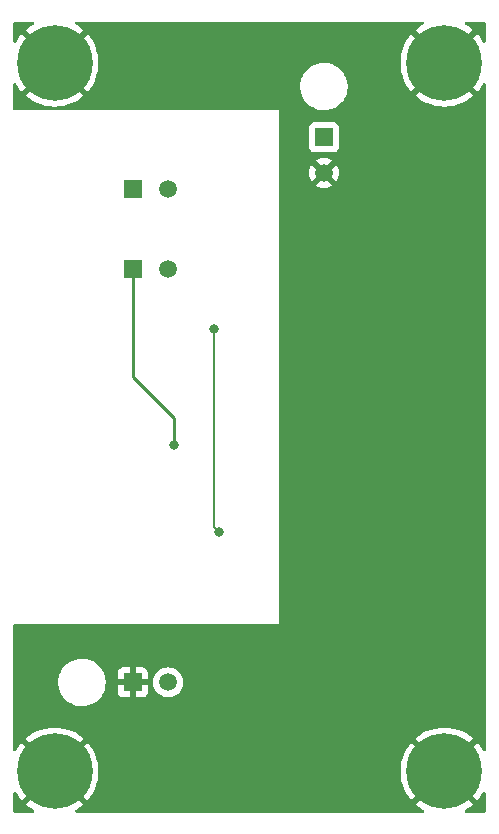
<source format=gbr>
%TF.GenerationSoftware,KiCad,Pcbnew,(6.0.0)*%
%TF.CreationDate,2023-03-29T21:01:20-06:00*%
%TF.ProjectId,isolated_voltage_and_current_sensor,69736f6c-6174-4656-945f-766f6c746167,1*%
%TF.SameCoordinates,Original*%
%TF.FileFunction,Copper,L2,Bot*%
%TF.FilePolarity,Positive*%
%FSLAX46Y46*%
G04 Gerber Fmt 4.6, Leading zero omitted, Abs format (unit mm)*
G04 Created by KiCad (PCBNEW (6.0.0)) date 2023-03-29 21:01:20*
%MOMM*%
%LPD*%
G01*
G04 APERTURE LIST*
%TA.AperFunction,ComponentPad*%
%ADD10R,1.520000X1.520000*%
%TD*%
%TA.AperFunction,ComponentPad*%
%ADD11C,1.520000*%
%TD*%
%TA.AperFunction,ComponentPad*%
%ADD12C,0.800000*%
%TD*%
%TA.AperFunction,ComponentPad*%
%ADD13C,6.400000*%
%TD*%
%TA.AperFunction,ViaPad*%
%ADD14C,0.800000*%
%TD*%
%TA.AperFunction,Conductor*%
%ADD15C,0.200000*%
%TD*%
%TA.AperFunction,Conductor*%
%ADD16C,0.250000*%
%TD*%
G04 APERTURE END LIST*
D10*
%TO.P,J1,1,Pin_1*%
%TO.N,Net-(J1-Pad1)*%
X127610000Y-72710000D03*
D11*
%TO.P,J1,2,Pin_2*%
%TO.N,Net-(J1-Pad2)*%
X130610000Y-72710000D03*
%TD*%
D12*
%TO.P,H4,1,1*%
%TO.N,GND*%
X152302944Y-120302944D03*
X151600000Y-122000000D03*
X156400000Y-122000000D03*
X154000000Y-119600000D03*
X155697056Y-123697056D03*
X154000000Y-124400000D03*
D13*
X154000000Y-122000000D03*
D12*
X155697056Y-120302944D03*
X152302944Y-123697056D03*
%TD*%
%TO.P,H3,1,1*%
%TO.N,GND*%
X123400000Y-122000000D03*
X119302944Y-123697056D03*
X118600000Y-122000000D03*
X121000000Y-119600000D03*
X119302944Y-120302944D03*
D13*
X121000000Y-122000000D03*
D12*
X122697056Y-123697056D03*
X122697056Y-120302944D03*
X121000000Y-124400000D03*
%TD*%
D10*
%TO.P,J4,1,Pin_1*%
%TO.N,Net-(J1-Pad1)*%
X127610000Y-79500000D03*
D11*
%TO.P,J4,2,Pin_2*%
%TO.N,Net-(J4-Pad2)*%
X130610000Y-79500000D03*
%TD*%
D12*
%TO.P,H1,1,1*%
%TO.N,GND*%
X119302944Y-60302944D03*
X123400000Y-62000000D03*
X122697056Y-63697056D03*
D13*
X121000000Y-62000000D03*
D12*
X119302944Y-63697056D03*
X118600000Y-62000000D03*
X121000000Y-59600000D03*
X122697056Y-60302944D03*
X121000000Y-64400000D03*
%TD*%
D10*
%TO.P,J3,1,Pin_1*%
%TO.N,Net-(D3-Pad1)*%
X143800000Y-68310000D03*
D11*
%TO.P,J3,2,Pin_2*%
%TO.N,GND*%
X143800000Y-71310000D03*
%TD*%
D12*
%TO.P,H2,1,1*%
%TO.N,GND*%
X152302944Y-63697056D03*
D13*
X154000000Y-62000000D03*
D12*
X151600000Y-62000000D03*
X154000000Y-64400000D03*
X152302944Y-60302944D03*
X155697056Y-63697056D03*
X154000000Y-59600000D03*
X155697056Y-60302944D03*
X156400000Y-62000000D03*
%TD*%
D10*
%TO.P,J2,1,Pin_1*%
%TO.N,GND*%
X127610000Y-114460000D03*
D11*
%TO.P,J2,2,Pin_2*%
%TO.N,Net-(F1-Pad1)*%
X130610000Y-114460000D03*
%TD*%
D14*
%TO.N,GND*%
X152040000Y-84190000D03*
X144100000Y-89600000D03*
X143100000Y-80390000D03*
X137100000Y-117100000D03*
X149200000Y-92400000D03*
X152500000Y-69750000D03*
X134900000Y-123300000D03*
X143600000Y-122550000D03*
X147950000Y-82500000D03*
X152700000Y-105900000D03*
X155600000Y-79040000D03*
%TO.N,V_ISO+*%
X134500000Y-84500000D03*
X134900000Y-101700000D03*
%TO.N,Net-(J1-Pad1)*%
X131100000Y-94400000D03*
%TD*%
D15*
%TO.N,V_ISO+*%
X134500000Y-84500000D02*
X134500000Y-101300000D01*
X134500000Y-101300000D02*
X134900000Y-101700000D01*
D16*
%TO.N,Net-(J1-Pad1)*%
X127610000Y-79500000D02*
X127610000Y-88610000D01*
X129500000Y-90500000D02*
X131100000Y-92100000D01*
X131100000Y-92100000D02*
X131100000Y-94400000D01*
X127610000Y-88610000D02*
X129500000Y-90500000D01*
%TD*%
%TA.AperFunction,Conductor*%
%TO.N,GND*%
G36*
X119229157Y-58528002D02*
G01*
X119275650Y-58581658D01*
X119285754Y-58651932D01*
X119256260Y-58716512D01*
X119218239Y-58746267D01*
X119146397Y-58782872D01*
X119140687Y-58786169D01*
X118820265Y-58994253D01*
X118814939Y-58998123D01*
X118576165Y-59191478D01*
X118567700Y-59203733D01*
X118574034Y-59214824D01*
X120987188Y-61627978D01*
X121001132Y-61635592D01*
X121002965Y-61635461D01*
X121009580Y-61631210D01*
X123425100Y-59215690D01*
X123432241Y-59202614D01*
X123424784Y-59192247D01*
X123185065Y-58998126D01*
X123179728Y-58994249D01*
X122859315Y-58786170D01*
X122853606Y-58782873D01*
X122781762Y-58746267D01*
X122730147Y-58697519D01*
X122713081Y-58628604D01*
X122735982Y-58561402D01*
X122791579Y-58517250D01*
X122838965Y-58508000D01*
X152161036Y-58508000D01*
X152229157Y-58528002D01*
X152275650Y-58581658D01*
X152285754Y-58651932D01*
X152256260Y-58716512D01*
X152218239Y-58746267D01*
X152146397Y-58782872D01*
X152140687Y-58786169D01*
X151820265Y-58994253D01*
X151814939Y-58998123D01*
X151576165Y-59191478D01*
X151567700Y-59203733D01*
X151574034Y-59214824D01*
X153987188Y-61627978D01*
X154001132Y-61635592D01*
X154002965Y-61635461D01*
X154009580Y-61631210D01*
X156425100Y-59215690D01*
X156432241Y-59202614D01*
X156424784Y-59192247D01*
X156185065Y-58998126D01*
X156179728Y-58994249D01*
X155859315Y-58786170D01*
X155853606Y-58782873D01*
X155781762Y-58746267D01*
X155730147Y-58697519D01*
X155713081Y-58628604D01*
X155735982Y-58561402D01*
X155791579Y-58517250D01*
X155838965Y-58508000D01*
X157366000Y-58508000D01*
X157434121Y-58528002D01*
X157480614Y-58581658D01*
X157492000Y-58634000D01*
X157492000Y-60161036D01*
X157471998Y-60229157D01*
X157418342Y-60275650D01*
X157348068Y-60285754D01*
X157283488Y-60256260D01*
X157253733Y-60218239D01*
X157217128Y-60146397D01*
X157213831Y-60140687D01*
X157005747Y-59820265D01*
X157001877Y-59814939D01*
X156808522Y-59576165D01*
X156796267Y-59567700D01*
X156785176Y-59574034D01*
X154372022Y-61987188D01*
X154364408Y-62001132D01*
X154364539Y-62002965D01*
X154368790Y-62009580D01*
X156784310Y-64425100D01*
X156797386Y-64432241D01*
X156807753Y-64424784D01*
X157001877Y-64185061D01*
X157005747Y-64179735D01*
X157213831Y-63859313D01*
X157217128Y-63853603D01*
X157253733Y-63781761D01*
X157302481Y-63730146D01*
X157371396Y-63713080D01*
X157438598Y-63735981D01*
X157482750Y-63791578D01*
X157492000Y-63838964D01*
X157492000Y-120161036D01*
X157471998Y-120229157D01*
X157418342Y-120275650D01*
X157348068Y-120285754D01*
X157283488Y-120256260D01*
X157253733Y-120218239D01*
X157217128Y-120146397D01*
X157213831Y-120140687D01*
X157005747Y-119820265D01*
X157001877Y-119814939D01*
X156808522Y-119576165D01*
X156796267Y-119567700D01*
X156785176Y-119574034D01*
X154372022Y-121987188D01*
X154364408Y-122001132D01*
X154364539Y-122002965D01*
X154368790Y-122009580D01*
X156784310Y-124425100D01*
X156797386Y-124432241D01*
X156807753Y-124424784D01*
X157001877Y-124185061D01*
X157005747Y-124179735D01*
X157213831Y-123859313D01*
X157217128Y-123853603D01*
X157253733Y-123781761D01*
X157302481Y-123730146D01*
X157371396Y-123713080D01*
X157438598Y-123735981D01*
X157482750Y-123791578D01*
X157492000Y-123838964D01*
X157492000Y-125366000D01*
X157471998Y-125434121D01*
X157418342Y-125480614D01*
X157366000Y-125492000D01*
X155838965Y-125492000D01*
X155770844Y-125471998D01*
X155724351Y-125418342D01*
X155714247Y-125348068D01*
X155743741Y-125283488D01*
X155781762Y-125253733D01*
X155853606Y-125217127D01*
X155859315Y-125213830D01*
X156179728Y-125005751D01*
X156185065Y-125001874D01*
X156423835Y-124808522D01*
X156432300Y-124796267D01*
X156425966Y-124785176D01*
X154012812Y-122372022D01*
X153998868Y-122364408D01*
X153997035Y-122364539D01*
X153990420Y-122368790D01*
X151574900Y-124784310D01*
X151567759Y-124797386D01*
X151575216Y-124807753D01*
X151814935Y-125001874D01*
X151820272Y-125005751D01*
X152140685Y-125213830D01*
X152146394Y-125217127D01*
X152218238Y-125253733D01*
X152269853Y-125302481D01*
X152286919Y-125371396D01*
X152264018Y-125438598D01*
X152208421Y-125482750D01*
X152161035Y-125492000D01*
X122838965Y-125492000D01*
X122770844Y-125471998D01*
X122724351Y-125418342D01*
X122714247Y-125348068D01*
X122743741Y-125283488D01*
X122781762Y-125253733D01*
X122853606Y-125217127D01*
X122859315Y-125213830D01*
X123179728Y-125005751D01*
X123185065Y-125001874D01*
X123423835Y-124808522D01*
X123432300Y-124796267D01*
X123425966Y-124785176D01*
X121012812Y-122372022D01*
X120998868Y-122364408D01*
X120997035Y-122364539D01*
X120990420Y-122368790D01*
X118574900Y-124784310D01*
X118567759Y-124797386D01*
X118575216Y-124807753D01*
X118814935Y-125001874D01*
X118820272Y-125005751D01*
X119140685Y-125213830D01*
X119146394Y-125217127D01*
X119218238Y-125253733D01*
X119269853Y-125302481D01*
X119286919Y-125371396D01*
X119264018Y-125438598D01*
X119208421Y-125482750D01*
X119161035Y-125492000D01*
X117634000Y-125492000D01*
X117565879Y-125471998D01*
X117519386Y-125418342D01*
X117508000Y-125366000D01*
X117508000Y-123838964D01*
X117528002Y-123770843D01*
X117581658Y-123724350D01*
X117651932Y-123714246D01*
X117716512Y-123743740D01*
X117746267Y-123781761D01*
X117782872Y-123853603D01*
X117786169Y-123859313D01*
X117994253Y-124179735D01*
X117998123Y-124185061D01*
X118191478Y-124423835D01*
X118203733Y-124432300D01*
X118214824Y-124425966D01*
X120627978Y-122012812D01*
X120634356Y-122001132D01*
X121364408Y-122001132D01*
X121364539Y-122002965D01*
X121368790Y-122009580D01*
X123784310Y-124425100D01*
X123797386Y-124432241D01*
X123807753Y-124424784D01*
X124001877Y-124185061D01*
X124005747Y-124179735D01*
X124213831Y-123859313D01*
X124217128Y-123853603D01*
X124390578Y-123513189D01*
X124393260Y-123507164D01*
X124530171Y-123150498D01*
X124532212Y-123144216D01*
X124631094Y-122775184D01*
X124632465Y-122768734D01*
X124692234Y-122391371D01*
X124692920Y-122384833D01*
X124712916Y-122003301D01*
X150287084Y-122003301D01*
X150307080Y-122384833D01*
X150307766Y-122391371D01*
X150367535Y-122768734D01*
X150368906Y-122775184D01*
X150467788Y-123144216D01*
X150469829Y-123150498D01*
X150606740Y-123507164D01*
X150609422Y-123513189D01*
X150782872Y-123853603D01*
X150786169Y-123859313D01*
X150994253Y-124179735D01*
X150998123Y-124185061D01*
X151191478Y-124423835D01*
X151203733Y-124432300D01*
X151214824Y-124425966D01*
X153627978Y-122012812D01*
X153635592Y-121998868D01*
X153635461Y-121997035D01*
X153631210Y-121990420D01*
X151215690Y-119574900D01*
X151202614Y-119567759D01*
X151192247Y-119575216D01*
X150998123Y-119814939D01*
X150994253Y-119820265D01*
X150786169Y-120140687D01*
X150782872Y-120146397D01*
X150609422Y-120486811D01*
X150606740Y-120492836D01*
X150469829Y-120849502D01*
X150467788Y-120855784D01*
X150368906Y-121224816D01*
X150367535Y-121231266D01*
X150307766Y-121608629D01*
X150307080Y-121615167D01*
X150287084Y-121996699D01*
X150287084Y-122003301D01*
X124712916Y-122003301D01*
X124712916Y-121996699D01*
X124692920Y-121615167D01*
X124692234Y-121608629D01*
X124632465Y-121231266D01*
X124631094Y-121224816D01*
X124532212Y-120855784D01*
X124530171Y-120849502D01*
X124393260Y-120492836D01*
X124390578Y-120486811D01*
X124217128Y-120146397D01*
X124213831Y-120140687D01*
X124005747Y-119820265D01*
X124001877Y-119814939D01*
X123808522Y-119576165D01*
X123796267Y-119567700D01*
X123785176Y-119574034D01*
X121372022Y-121987188D01*
X121364408Y-122001132D01*
X120634356Y-122001132D01*
X120635592Y-121998868D01*
X120635461Y-121997035D01*
X120631210Y-121990420D01*
X118215690Y-119574900D01*
X118202614Y-119567759D01*
X118192247Y-119575216D01*
X117998123Y-119814939D01*
X117994253Y-119820265D01*
X117786169Y-120140687D01*
X117782872Y-120146397D01*
X117746267Y-120218239D01*
X117697519Y-120269854D01*
X117628604Y-120286920D01*
X117561402Y-120264019D01*
X117517250Y-120208422D01*
X117508000Y-120161036D01*
X117508000Y-119203733D01*
X118567700Y-119203733D01*
X118574034Y-119214824D01*
X120987188Y-121627978D01*
X121001132Y-121635592D01*
X121002965Y-121635461D01*
X121009580Y-121631210D01*
X123425100Y-119215690D01*
X123431630Y-119203733D01*
X151567700Y-119203733D01*
X151574034Y-119214824D01*
X153987188Y-121627978D01*
X154001132Y-121635592D01*
X154002965Y-121635461D01*
X154009580Y-121631210D01*
X156425100Y-119215690D01*
X156432241Y-119202614D01*
X156424784Y-119192247D01*
X156185065Y-118998126D01*
X156179728Y-118994249D01*
X155859315Y-118786170D01*
X155853606Y-118782873D01*
X155513189Y-118609422D01*
X155507164Y-118606740D01*
X155150498Y-118469829D01*
X155144216Y-118467788D01*
X154775184Y-118368906D01*
X154768734Y-118367535D01*
X154391371Y-118307766D01*
X154384833Y-118307080D01*
X154003301Y-118287084D01*
X153996699Y-118287084D01*
X153615167Y-118307080D01*
X153608629Y-118307766D01*
X153231266Y-118367535D01*
X153224816Y-118368906D01*
X152855784Y-118467788D01*
X152849502Y-118469829D01*
X152492836Y-118606740D01*
X152486811Y-118609422D01*
X152146397Y-118782872D01*
X152140687Y-118786169D01*
X151820265Y-118994253D01*
X151814939Y-118998123D01*
X151576165Y-119191478D01*
X151567700Y-119203733D01*
X123431630Y-119203733D01*
X123432241Y-119202614D01*
X123424784Y-119192247D01*
X123185065Y-118998126D01*
X123179728Y-118994249D01*
X122859315Y-118786170D01*
X122853606Y-118782873D01*
X122513189Y-118609422D01*
X122507164Y-118606740D01*
X122150498Y-118469829D01*
X122144216Y-118467788D01*
X121775184Y-118368906D01*
X121768734Y-118367535D01*
X121391371Y-118307766D01*
X121384833Y-118307080D01*
X121003301Y-118287084D01*
X120996699Y-118287084D01*
X120615167Y-118307080D01*
X120608629Y-118307766D01*
X120231266Y-118367535D01*
X120224816Y-118368906D01*
X119855784Y-118467788D01*
X119849502Y-118469829D01*
X119492836Y-118606740D01*
X119486811Y-118609422D01*
X119146397Y-118782872D01*
X119140687Y-118786169D01*
X118820265Y-118994253D01*
X118814939Y-118998123D01*
X118576165Y-119191478D01*
X118567700Y-119203733D01*
X117508000Y-119203733D01*
X117508000Y-114389733D01*
X121297822Y-114389733D01*
X121297975Y-114394121D01*
X121297975Y-114394127D01*
X121300467Y-114465475D01*
X121307625Y-114670458D01*
X121308387Y-114674781D01*
X121308388Y-114674788D01*
X121332164Y-114809624D01*
X121356402Y-114947087D01*
X121443203Y-115214235D01*
X121566340Y-115466702D01*
X121568795Y-115470341D01*
X121568798Y-115470347D01*
X121628995Y-115559592D01*
X121723415Y-115699576D01*
X121911371Y-115908322D01*
X122126550Y-116088879D01*
X122364764Y-116237731D01*
X122621375Y-116351982D01*
X122891390Y-116429407D01*
X122895740Y-116430018D01*
X122895743Y-116430019D01*
X122998690Y-116444487D01*
X123169552Y-116468500D01*
X123380146Y-116468500D01*
X123382332Y-116468347D01*
X123382336Y-116468347D01*
X123585827Y-116454118D01*
X123585832Y-116454117D01*
X123590212Y-116453811D01*
X123864970Y-116395409D01*
X123869099Y-116393906D01*
X123869103Y-116393905D01*
X124124781Y-116300846D01*
X124124785Y-116300844D01*
X124128926Y-116299337D01*
X124376942Y-116167464D01*
X124481896Y-116091211D01*
X124600629Y-116004947D01*
X124600632Y-116004944D01*
X124604192Y-116002358D01*
X124806252Y-115807231D01*
X124979188Y-115585882D01*
X124981384Y-115582078D01*
X124981389Y-115582071D01*
X125117435Y-115346431D01*
X125119636Y-115342619D01*
X125151130Y-115264669D01*
X126342001Y-115264669D01*
X126342371Y-115271490D01*
X126347895Y-115322352D01*
X126351521Y-115337604D01*
X126396676Y-115458054D01*
X126405214Y-115473649D01*
X126481715Y-115575724D01*
X126494276Y-115588285D01*
X126596351Y-115664786D01*
X126611946Y-115673324D01*
X126732394Y-115718478D01*
X126747649Y-115722105D01*
X126798514Y-115727631D01*
X126805328Y-115728000D01*
X127337885Y-115728000D01*
X127353124Y-115723525D01*
X127354329Y-115722135D01*
X127356000Y-115714452D01*
X127356000Y-115709884D01*
X127864000Y-115709884D01*
X127868475Y-115725123D01*
X127869865Y-115726328D01*
X127877548Y-115727999D01*
X128414669Y-115727999D01*
X128421490Y-115727629D01*
X128472352Y-115722105D01*
X128487604Y-115718479D01*
X128608054Y-115673324D01*
X128623649Y-115664786D01*
X128725724Y-115588285D01*
X128738285Y-115575724D01*
X128814786Y-115473649D01*
X128823324Y-115458054D01*
X128868478Y-115337606D01*
X128872105Y-115322351D01*
X128877631Y-115271486D01*
X128878000Y-115264672D01*
X128878000Y-114732115D01*
X128873525Y-114716876D01*
X128872135Y-114715671D01*
X128864452Y-114714000D01*
X127882115Y-114714000D01*
X127866876Y-114718475D01*
X127865671Y-114719865D01*
X127864000Y-114727548D01*
X127864000Y-115709884D01*
X127356000Y-115709884D01*
X127356000Y-114732115D01*
X127351525Y-114716876D01*
X127350135Y-114715671D01*
X127342452Y-114714000D01*
X126360116Y-114714000D01*
X126344877Y-114718475D01*
X126343672Y-114719865D01*
X126342001Y-114727548D01*
X126342001Y-115264669D01*
X125151130Y-115264669D01*
X125224862Y-115082176D01*
X125258544Y-114947087D01*
X125291753Y-114813893D01*
X125291754Y-114813888D01*
X125292817Y-114809624D01*
X125300964Y-114732115D01*
X125321719Y-114534636D01*
X125321719Y-114534633D01*
X125322178Y-114530267D01*
X125322025Y-114525873D01*
X125319725Y-114460000D01*
X129336655Y-114460000D01*
X129356000Y-114681114D01*
X129357424Y-114686427D01*
X129357424Y-114686429D01*
X129369666Y-114732115D01*
X129413447Y-114895510D01*
X129415769Y-114900490D01*
X129415770Y-114900492D01*
X129504925Y-115091685D01*
X129504928Y-115091690D01*
X129507251Y-115096672D01*
X129510407Y-115101179D01*
X129510408Y-115101181D01*
X129629660Y-115271490D01*
X129634561Y-115278490D01*
X129791510Y-115435439D01*
X129796018Y-115438596D01*
X129796021Y-115438598D01*
X129846079Y-115473649D01*
X129973327Y-115562749D01*
X129978309Y-115565072D01*
X129978314Y-115565075D01*
X130169508Y-115654230D01*
X130174490Y-115656553D01*
X130179798Y-115657975D01*
X130179800Y-115657976D01*
X130383571Y-115712576D01*
X130383573Y-115712576D01*
X130388886Y-115714000D01*
X130610000Y-115733345D01*
X130831114Y-115714000D01*
X130836427Y-115712576D01*
X130836429Y-115712576D01*
X131040200Y-115657976D01*
X131040202Y-115657975D01*
X131045510Y-115656553D01*
X131050492Y-115654230D01*
X131241686Y-115565075D01*
X131241691Y-115565072D01*
X131246673Y-115562749D01*
X131373921Y-115473649D01*
X131423979Y-115438598D01*
X131423982Y-115438596D01*
X131428490Y-115435439D01*
X131585439Y-115278490D01*
X131590341Y-115271490D01*
X131709592Y-115101181D01*
X131709593Y-115101179D01*
X131712749Y-115096672D01*
X131715072Y-115091690D01*
X131715075Y-115091685D01*
X131804230Y-114900492D01*
X131804231Y-114900490D01*
X131806553Y-114895510D01*
X131850335Y-114732115D01*
X131862576Y-114686429D01*
X131862576Y-114686427D01*
X131864000Y-114681114D01*
X131883345Y-114460000D01*
X131864000Y-114238886D01*
X131851558Y-114192452D01*
X131807976Y-114029800D01*
X131807975Y-114029798D01*
X131806553Y-114024490D01*
X131780554Y-113968735D01*
X131715075Y-113828315D01*
X131715072Y-113828310D01*
X131712749Y-113823328D01*
X131630431Y-113705765D01*
X131588598Y-113646021D01*
X131588596Y-113646018D01*
X131585439Y-113641510D01*
X131428490Y-113484561D01*
X131423982Y-113481404D01*
X131423979Y-113481402D01*
X131348313Y-113428420D01*
X131246673Y-113357251D01*
X131241691Y-113354928D01*
X131241686Y-113354925D01*
X131050492Y-113265770D01*
X131050491Y-113265769D01*
X131045510Y-113263447D01*
X131040202Y-113262025D01*
X131040200Y-113262024D01*
X130836429Y-113207424D01*
X130836427Y-113207424D01*
X130831114Y-113206000D01*
X130610000Y-113186655D01*
X130388886Y-113206000D01*
X130383573Y-113207424D01*
X130383571Y-113207424D01*
X130179800Y-113262024D01*
X130179798Y-113262025D01*
X130174490Y-113263447D01*
X130169510Y-113265769D01*
X130169508Y-113265770D01*
X129978315Y-113354925D01*
X129978310Y-113354928D01*
X129973328Y-113357251D01*
X129968821Y-113360407D01*
X129968819Y-113360408D01*
X129796021Y-113481402D01*
X129796018Y-113481404D01*
X129791510Y-113484561D01*
X129634561Y-113641510D01*
X129631404Y-113646018D01*
X129631402Y-113646021D01*
X129589569Y-113705765D01*
X129507251Y-113823328D01*
X129504928Y-113828310D01*
X129504925Y-113828315D01*
X129439446Y-113968735D01*
X129413447Y-114024490D01*
X129412025Y-114029798D01*
X129412024Y-114029800D01*
X129368442Y-114192452D01*
X129356000Y-114238886D01*
X129336655Y-114460000D01*
X125319725Y-114460000D01*
X125312529Y-114253939D01*
X125312528Y-114253933D01*
X125312375Y-114249542D01*
X125311463Y-114244366D01*
X125301504Y-114187885D01*
X126342000Y-114187885D01*
X126346475Y-114203124D01*
X126347865Y-114204329D01*
X126355548Y-114206000D01*
X127337885Y-114206000D01*
X127353124Y-114201525D01*
X127354329Y-114200135D01*
X127356000Y-114192452D01*
X127356000Y-114187885D01*
X127864000Y-114187885D01*
X127868475Y-114203124D01*
X127869865Y-114204329D01*
X127877548Y-114206000D01*
X128859884Y-114206000D01*
X128875123Y-114201525D01*
X128876328Y-114200135D01*
X128877999Y-114192452D01*
X128877999Y-113655331D01*
X128877629Y-113648510D01*
X128872105Y-113597648D01*
X128868479Y-113582396D01*
X128823324Y-113461946D01*
X128814786Y-113446351D01*
X128738285Y-113344276D01*
X128725724Y-113331715D01*
X128623649Y-113255214D01*
X128608054Y-113246676D01*
X128487606Y-113201522D01*
X128472351Y-113197895D01*
X128421486Y-113192369D01*
X128414672Y-113192000D01*
X127882115Y-113192000D01*
X127866876Y-113196475D01*
X127865671Y-113197865D01*
X127864000Y-113205548D01*
X127864000Y-114187885D01*
X127356000Y-114187885D01*
X127356000Y-113210116D01*
X127351525Y-113194877D01*
X127350135Y-113193672D01*
X127342452Y-113192001D01*
X126805331Y-113192001D01*
X126798510Y-113192371D01*
X126747648Y-113197895D01*
X126732396Y-113201521D01*
X126611946Y-113246676D01*
X126596351Y-113255214D01*
X126494276Y-113331715D01*
X126481715Y-113344276D01*
X126405214Y-113446351D01*
X126396676Y-113461946D01*
X126351522Y-113582394D01*
X126347895Y-113597649D01*
X126342369Y-113648514D01*
X126342000Y-113655328D01*
X126342000Y-114187885D01*
X125301504Y-114187885D01*
X125264360Y-113977236D01*
X125263598Y-113972913D01*
X125176797Y-113705765D01*
X125053660Y-113453298D01*
X125051205Y-113449659D01*
X125051202Y-113449653D01*
X124914292Y-113246676D01*
X124896585Y-113220424D01*
X124708629Y-113011678D01*
X124493450Y-112831121D01*
X124255236Y-112682269D01*
X123998625Y-112568018D01*
X123728610Y-112490593D01*
X123724260Y-112489982D01*
X123724257Y-112489981D01*
X123621310Y-112475513D01*
X123450448Y-112451500D01*
X123239854Y-112451500D01*
X123237668Y-112451653D01*
X123237664Y-112451653D01*
X123034173Y-112465882D01*
X123034168Y-112465883D01*
X123029788Y-112466189D01*
X122755030Y-112524591D01*
X122750901Y-112526094D01*
X122750897Y-112526095D01*
X122495219Y-112619154D01*
X122495215Y-112619156D01*
X122491074Y-112620663D01*
X122243058Y-112752536D01*
X122239499Y-112755122D01*
X122239497Y-112755123D01*
X122134895Y-112831121D01*
X122015808Y-112917642D01*
X121813748Y-113112769D01*
X121640812Y-113334118D01*
X121638616Y-113337922D01*
X121638611Y-113337929D01*
X121551704Y-113488458D01*
X121500364Y-113577381D01*
X121395138Y-113837824D01*
X121394073Y-113842097D01*
X121394072Y-113842099D01*
X121360379Y-113977236D01*
X121327183Y-114110376D01*
X121326724Y-114114744D01*
X121326723Y-114114749D01*
X121314235Y-114233571D01*
X121297822Y-114389733D01*
X117508000Y-114389733D01*
X117508000Y-109626000D01*
X117528002Y-109557879D01*
X117581658Y-109511386D01*
X117634000Y-109500000D01*
X140000000Y-109500000D01*
X140000000Y-72367342D01*
X143107213Y-72367342D01*
X143116509Y-72379357D01*
X143159069Y-72409158D01*
X143168565Y-72414641D01*
X143359680Y-72503759D01*
X143369972Y-72507505D01*
X143573660Y-72562083D01*
X143584453Y-72563986D01*
X143794525Y-72582365D01*
X143805475Y-72582365D01*
X144015547Y-72563986D01*
X144026340Y-72562083D01*
X144230028Y-72507505D01*
X144240320Y-72503759D01*
X144431435Y-72414641D01*
X144440931Y-72409158D01*
X144484329Y-72378770D01*
X144492704Y-72368293D01*
X144485635Y-72354845D01*
X143812812Y-71682022D01*
X143798868Y-71674408D01*
X143797035Y-71674539D01*
X143790420Y-71678790D01*
X143113643Y-72355567D01*
X143107213Y-72367342D01*
X140000000Y-72367342D01*
X140000000Y-71315475D01*
X142527635Y-71315475D01*
X142546014Y-71525547D01*
X142547917Y-71536340D01*
X142602495Y-71740028D01*
X142606241Y-71750320D01*
X142695359Y-71941435D01*
X142700842Y-71950931D01*
X142731230Y-71994329D01*
X142741707Y-72002704D01*
X142755155Y-71995635D01*
X143427978Y-71322812D01*
X143434356Y-71311132D01*
X144164408Y-71311132D01*
X144164539Y-71312965D01*
X144168790Y-71319580D01*
X144845567Y-71996357D01*
X144857342Y-72002787D01*
X144869357Y-71993491D01*
X144899158Y-71950931D01*
X144904641Y-71941435D01*
X144993759Y-71750320D01*
X144997505Y-71740028D01*
X145052083Y-71536340D01*
X145053986Y-71525547D01*
X145072365Y-71315475D01*
X145072365Y-71304525D01*
X145053986Y-71094453D01*
X145052083Y-71083660D01*
X144997505Y-70879972D01*
X144993759Y-70869680D01*
X144904641Y-70678565D01*
X144899158Y-70669069D01*
X144868770Y-70625671D01*
X144858293Y-70617296D01*
X144844845Y-70624365D01*
X144172022Y-71297188D01*
X144164408Y-71311132D01*
X143434356Y-71311132D01*
X143435592Y-71308868D01*
X143435461Y-71307035D01*
X143431210Y-71300420D01*
X142754433Y-70623643D01*
X142742658Y-70617213D01*
X142730643Y-70626509D01*
X142700842Y-70669069D01*
X142695359Y-70678565D01*
X142606241Y-70869680D01*
X142602495Y-70879972D01*
X142547917Y-71083660D01*
X142546014Y-71094453D01*
X142527635Y-71304525D01*
X142527635Y-71315475D01*
X140000000Y-71315475D01*
X140000000Y-70251707D01*
X143107296Y-70251707D01*
X143114365Y-70265155D01*
X143787188Y-70937978D01*
X143801132Y-70945592D01*
X143802965Y-70945461D01*
X143809580Y-70941210D01*
X144486357Y-70264433D01*
X144492787Y-70252658D01*
X144483491Y-70240643D01*
X144440931Y-70210842D01*
X144431435Y-70205359D01*
X144240320Y-70116241D01*
X144230028Y-70112495D01*
X144026340Y-70057917D01*
X144015547Y-70056014D01*
X143805475Y-70037635D01*
X143794525Y-70037635D01*
X143584453Y-70056014D01*
X143573660Y-70057917D01*
X143369972Y-70112495D01*
X143359680Y-70116241D01*
X143168565Y-70205359D01*
X143159069Y-70210842D01*
X143115671Y-70241230D01*
X143107296Y-70251707D01*
X140000000Y-70251707D01*
X140000000Y-69118134D01*
X142531500Y-69118134D01*
X142538255Y-69180316D01*
X142589385Y-69316705D01*
X142676739Y-69433261D01*
X142793295Y-69520615D01*
X142929684Y-69571745D01*
X142991866Y-69578500D01*
X144608134Y-69578500D01*
X144670316Y-69571745D01*
X144806705Y-69520615D01*
X144923261Y-69433261D01*
X145010615Y-69316705D01*
X145061745Y-69180316D01*
X145068500Y-69118134D01*
X145068500Y-67501866D01*
X145061745Y-67439684D01*
X145010615Y-67303295D01*
X144923261Y-67186739D01*
X144806705Y-67099385D01*
X144670316Y-67048255D01*
X144608134Y-67041500D01*
X142991866Y-67041500D01*
X142929684Y-67048255D01*
X142793295Y-67099385D01*
X142676739Y-67186739D01*
X142589385Y-67303295D01*
X142538255Y-67439684D01*
X142531500Y-67501866D01*
X142531500Y-69118134D01*
X140000000Y-69118134D01*
X140000000Y-66000000D01*
X117634000Y-66000000D01*
X117565879Y-65979998D01*
X117519386Y-65926342D01*
X117508000Y-65874000D01*
X117508000Y-64797386D01*
X118567759Y-64797386D01*
X118575216Y-64807753D01*
X118814935Y-65001874D01*
X118820272Y-65005751D01*
X119140685Y-65213830D01*
X119146394Y-65217127D01*
X119486811Y-65390578D01*
X119492836Y-65393260D01*
X119849502Y-65530171D01*
X119855784Y-65532212D01*
X120224816Y-65631094D01*
X120231266Y-65632465D01*
X120608629Y-65692234D01*
X120615167Y-65692920D01*
X120996699Y-65712916D01*
X121003301Y-65712916D01*
X121384833Y-65692920D01*
X121391371Y-65692234D01*
X121768734Y-65632465D01*
X121775184Y-65631094D01*
X122144216Y-65532212D01*
X122150498Y-65530171D01*
X122507164Y-65393260D01*
X122513189Y-65390578D01*
X122853606Y-65217127D01*
X122859315Y-65213830D01*
X123179728Y-65005751D01*
X123185065Y-65001874D01*
X123423835Y-64808522D01*
X123432300Y-64796267D01*
X123425966Y-64785176D01*
X121012812Y-62372022D01*
X120998868Y-62364408D01*
X120997035Y-62364539D01*
X120990420Y-62368790D01*
X118574900Y-64784310D01*
X118567759Y-64797386D01*
X117508000Y-64797386D01*
X117508000Y-63838964D01*
X117528002Y-63770843D01*
X117581658Y-63724350D01*
X117651932Y-63714246D01*
X117716512Y-63743740D01*
X117746267Y-63781761D01*
X117782872Y-63853603D01*
X117786169Y-63859313D01*
X117994253Y-64179735D01*
X117998123Y-64185061D01*
X118191478Y-64423835D01*
X118203733Y-64432300D01*
X118214824Y-64425966D01*
X120627978Y-62012812D01*
X120634356Y-62001132D01*
X121364408Y-62001132D01*
X121364539Y-62002965D01*
X121368790Y-62009580D01*
X123784310Y-64425100D01*
X123797386Y-64432241D01*
X123807753Y-64424784D01*
X124001877Y-64185061D01*
X124005747Y-64179735D01*
X124161606Y-63939733D01*
X141787822Y-63939733D01*
X141787975Y-63944121D01*
X141787975Y-63944127D01*
X141796389Y-64185061D01*
X141797625Y-64220458D01*
X141798387Y-64224781D01*
X141798388Y-64224788D01*
X141822164Y-64359624D01*
X141846402Y-64497087D01*
X141933203Y-64764235D01*
X141935131Y-64768188D01*
X141935133Y-64768193D01*
X141948826Y-64796267D01*
X142056340Y-65016702D01*
X142058795Y-65020341D01*
X142058798Y-65020347D01*
X142131890Y-65128710D01*
X142213415Y-65249576D01*
X142401371Y-65458322D01*
X142616550Y-65638879D01*
X142854764Y-65787731D01*
X143111375Y-65901982D01*
X143381390Y-65979407D01*
X143385740Y-65980018D01*
X143385743Y-65980019D01*
X143488690Y-65994487D01*
X143659552Y-66018500D01*
X143870146Y-66018500D01*
X143872332Y-66018347D01*
X143872336Y-66018347D01*
X144075827Y-66004118D01*
X144075832Y-66004117D01*
X144080212Y-66003811D01*
X144354970Y-65945409D01*
X144359099Y-65943906D01*
X144359103Y-65943905D01*
X144614781Y-65850846D01*
X144614785Y-65850844D01*
X144618926Y-65849337D01*
X144866942Y-65717464D01*
X144900724Y-65692920D01*
X145090629Y-65554947D01*
X145090632Y-65554944D01*
X145094192Y-65552358D01*
X145117168Y-65530171D01*
X145293087Y-65360287D01*
X145296252Y-65357231D01*
X145469188Y-65135882D01*
X145471384Y-65132078D01*
X145471389Y-65132071D01*
X145607435Y-64896431D01*
X145609636Y-64892619D01*
X145648113Y-64797386D01*
X151567759Y-64797386D01*
X151575216Y-64807753D01*
X151814935Y-65001874D01*
X151820272Y-65005751D01*
X152140685Y-65213830D01*
X152146394Y-65217127D01*
X152486811Y-65390578D01*
X152492836Y-65393260D01*
X152849502Y-65530171D01*
X152855784Y-65532212D01*
X153224816Y-65631094D01*
X153231266Y-65632465D01*
X153608629Y-65692234D01*
X153615167Y-65692920D01*
X153996699Y-65712916D01*
X154003301Y-65712916D01*
X154384833Y-65692920D01*
X154391371Y-65692234D01*
X154768734Y-65632465D01*
X154775184Y-65631094D01*
X155144216Y-65532212D01*
X155150498Y-65530171D01*
X155507164Y-65393260D01*
X155513189Y-65390578D01*
X155853606Y-65217127D01*
X155859315Y-65213830D01*
X156179728Y-65005751D01*
X156185065Y-65001874D01*
X156423835Y-64808522D01*
X156432300Y-64796267D01*
X156425966Y-64785176D01*
X154012812Y-62372022D01*
X153998868Y-62364408D01*
X153997035Y-62364539D01*
X153990420Y-62368790D01*
X151574900Y-64784310D01*
X151567759Y-64797386D01*
X145648113Y-64797386D01*
X145714862Y-64632176D01*
X145748544Y-64497087D01*
X145781753Y-64363893D01*
X145781754Y-64363888D01*
X145782817Y-64359624D01*
X145812178Y-64080267D01*
X145807118Y-63935364D01*
X145802529Y-63803939D01*
X145802528Y-63803933D01*
X145802375Y-63799542D01*
X145787130Y-63713080D01*
X145754360Y-63527236D01*
X145753598Y-63522913D01*
X145666797Y-63255765D01*
X145543660Y-63003298D01*
X145541205Y-62999659D01*
X145541202Y-62999653D01*
X145460935Y-62880653D01*
X145386585Y-62770424D01*
X145198629Y-62561678D01*
X144983450Y-62381121D01*
X144745236Y-62232269D01*
X144488625Y-62118018D01*
X144218610Y-62040593D01*
X144214260Y-62039982D01*
X144214257Y-62039981D01*
X144111310Y-62025513D01*
X143953263Y-62003301D01*
X150287084Y-62003301D01*
X150307080Y-62384833D01*
X150307766Y-62391371D01*
X150367535Y-62768734D01*
X150368906Y-62775184D01*
X150467788Y-63144216D01*
X150469829Y-63150498D01*
X150606740Y-63507164D01*
X150609422Y-63513189D01*
X150782872Y-63853603D01*
X150786169Y-63859313D01*
X150994253Y-64179735D01*
X150998123Y-64185061D01*
X151191478Y-64423835D01*
X151203733Y-64432300D01*
X151214824Y-64425966D01*
X153627978Y-62012812D01*
X153635592Y-61998868D01*
X153635461Y-61997035D01*
X153631210Y-61990420D01*
X151215690Y-59574900D01*
X151202614Y-59567759D01*
X151192247Y-59575216D01*
X150998123Y-59814939D01*
X150994253Y-59820265D01*
X150786169Y-60140687D01*
X150782872Y-60146397D01*
X150609422Y-60486811D01*
X150606740Y-60492836D01*
X150469829Y-60849502D01*
X150467788Y-60855784D01*
X150368906Y-61224816D01*
X150367535Y-61231266D01*
X150307766Y-61608629D01*
X150307080Y-61615167D01*
X150287084Y-61996699D01*
X150287084Y-62003301D01*
X143953263Y-62003301D01*
X143940448Y-62001500D01*
X143729854Y-62001500D01*
X143727668Y-62001653D01*
X143727664Y-62001653D01*
X143524173Y-62015882D01*
X143524168Y-62015883D01*
X143519788Y-62016189D01*
X143245030Y-62074591D01*
X143240901Y-62076094D01*
X143240897Y-62076095D01*
X142985219Y-62169154D01*
X142985215Y-62169156D01*
X142981074Y-62170663D01*
X142733058Y-62302536D01*
X142729499Y-62305122D01*
X142729497Y-62305123D01*
X142610787Y-62391371D01*
X142505808Y-62467642D01*
X142303748Y-62662769D01*
X142130812Y-62884118D01*
X142128616Y-62887922D01*
X142128611Y-62887929D01*
X142014794Y-63085067D01*
X141990364Y-63127381D01*
X141885138Y-63387824D01*
X141884073Y-63392097D01*
X141884072Y-63392099D01*
X141850379Y-63527236D01*
X141817183Y-63660376D01*
X141816724Y-63664744D01*
X141816723Y-63664749D01*
X141804425Y-63781761D01*
X141787822Y-63939733D01*
X124161606Y-63939733D01*
X124213831Y-63859313D01*
X124217128Y-63853603D01*
X124390578Y-63513189D01*
X124393260Y-63507164D01*
X124530171Y-63150498D01*
X124532212Y-63144216D01*
X124631094Y-62775184D01*
X124632465Y-62768734D01*
X124692234Y-62391371D01*
X124692920Y-62384833D01*
X124712916Y-62003301D01*
X124712916Y-61996699D01*
X124692920Y-61615167D01*
X124692234Y-61608629D01*
X124632465Y-61231266D01*
X124631094Y-61224816D01*
X124532212Y-60855784D01*
X124530171Y-60849502D01*
X124393260Y-60492836D01*
X124390578Y-60486811D01*
X124217128Y-60146397D01*
X124213831Y-60140687D01*
X124005747Y-59820265D01*
X124001877Y-59814939D01*
X123808522Y-59576165D01*
X123796267Y-59567700D01*
X123785176Y-59574034D01*
X121372022Y-61987188D01*
X121364408Y-62001132D01*
X120634356Y-62001132D01*
X120635592Y-61998868D01*
X120635461Y-61997035D01*
X120631210Y-61990420D01*
X118215690Y-59574900D01*
X118202614Y-59567759D01*
X118192247Y-59575216D01*
X117998123Y-59814939D01*
X117994253Y-59820265D01*
X117786169Y-60140687D01*
X117782872Y-60146397D01*
X117746267Y-60218239D01*
X117697519Y-60269854D01*
X117628604Y-60286920D01*
X117561402Y-60264019D01*
X117517250Y-60208422D01*
X117508000Y-60161036D01*
X117508000Y-58634000D01*
X117528002Y-58565879D01*
X117581658Y-58519386D01*
X117634000Y-58508000D01*
X119161036Y-58508000D01*
X119229157Y-58528002D01*
G37*
%TD.AperFunction*%
%TD*%
M02*

</source>
